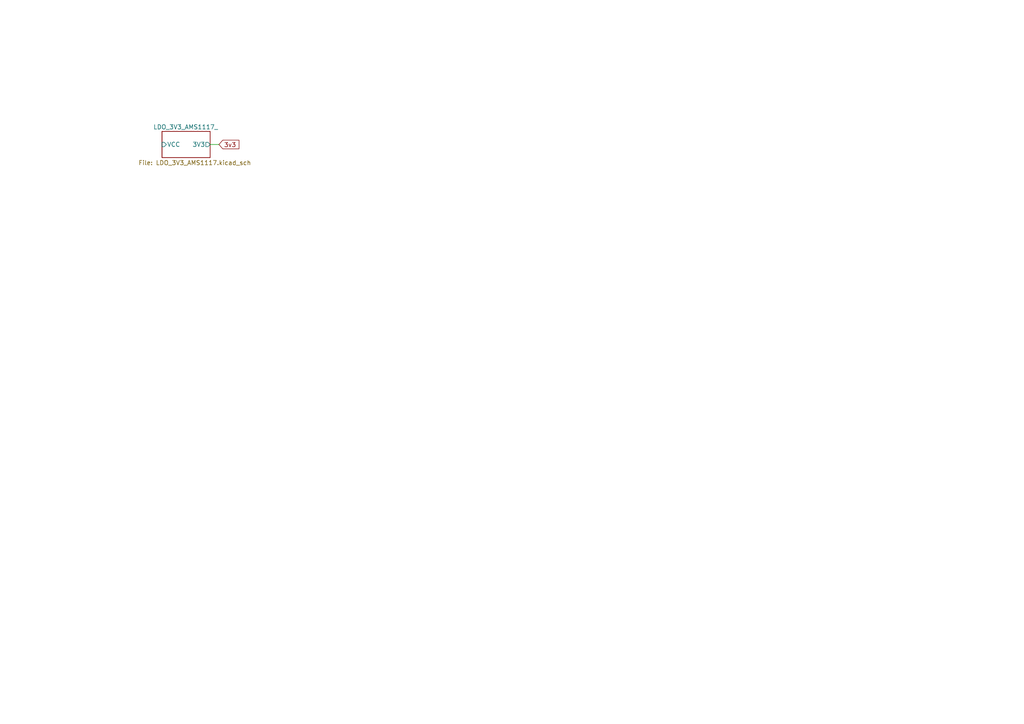
<source format=kicad_sch>
(kicad_sch
	(version 20231120)
	(generator "eeschema")
	(generator_version "8.0")
	(uuid "d6eee423-2a55-45ad-a749-7df2395c1501")
	(paper "A4")
	(lib_symbols)
	(wire
		(pts
			(xy 63.5 41.91) (xy 60.96 41.91)
		)
		(stroke
			(width 0)
			(type default)
		)
		(uuid "07ab0a2e-39c5-4fb5-ac43-ef6bb0c5c10c")
	)
	(global_label "3v3"
		(shape input)
		(at 63.5 41.91 0)
		(fields_autoplaced yes)
		(effects
			(font
				(size 1.27 1.27)
			)
			(justify left)
		)
		(uuid "52d25be3-b7ca-4e0f-a282-8664a9c429f8")
		(property "Intersheetrefs" "${INTERSHEET_REFS}"
			(at 69.8718 41.91 0)
			(effects
				(font
					(size 1.27 1.27)
				)
				(justify left)
				(hide yes)
			)
		)
	)
	(sheet
		(at 46.99 38.1)
		(size 13.97 7.62)
		(stroke
			(width 0.1524)
			(type solid)
		)
		(fill
			(color 0 0 0 0.0000)
		)
		(uuid "18c18bcb-7cad-4433-83e1-269ce5efd3b2")
		(property "Sheetname" "LDO_3V3_AMS1117_"
			(at 44.45 37.592 0)
			(effects
				(font
					(size 1.27 1.27)
				)
				(justify left bottom)
			)
		)
		(property "Sheetfile" "LDO_3V3_AMS1117.kicad_sch"
			(at 40.132 46.482 0)
			(effects
				(font
					(size 1.27 1.27)
				)
				(justify left top)
			)
		)
		(pin "3V3" output
			(at 60.96 41.91 0)
			(effects
				(font
					(size 1.27 1.27)
				)
				(justify right)
			)
			(uuid "cf70ec03-7869-40bc-9fd3-5773cb462139")
		)
		(pin "VCC" input
			(at 46.99 41.91 180)
			(effects
				(font
					(size 1.27 1.27)
				)
				(justify left)
			)
			(uuid "6e7bd81c-8c05-4fc9-bd09-dd4728143d5b")
		)
		(instances
			(project "AMS1117"
				(path "/d6eee423-2a55-45ad-a749-7df2395c1501"
					(page "2")
				)
			)
		)
	)
	(sheet_instances
		(path "/"
			(page "1")
		)
	)
)

</source>
